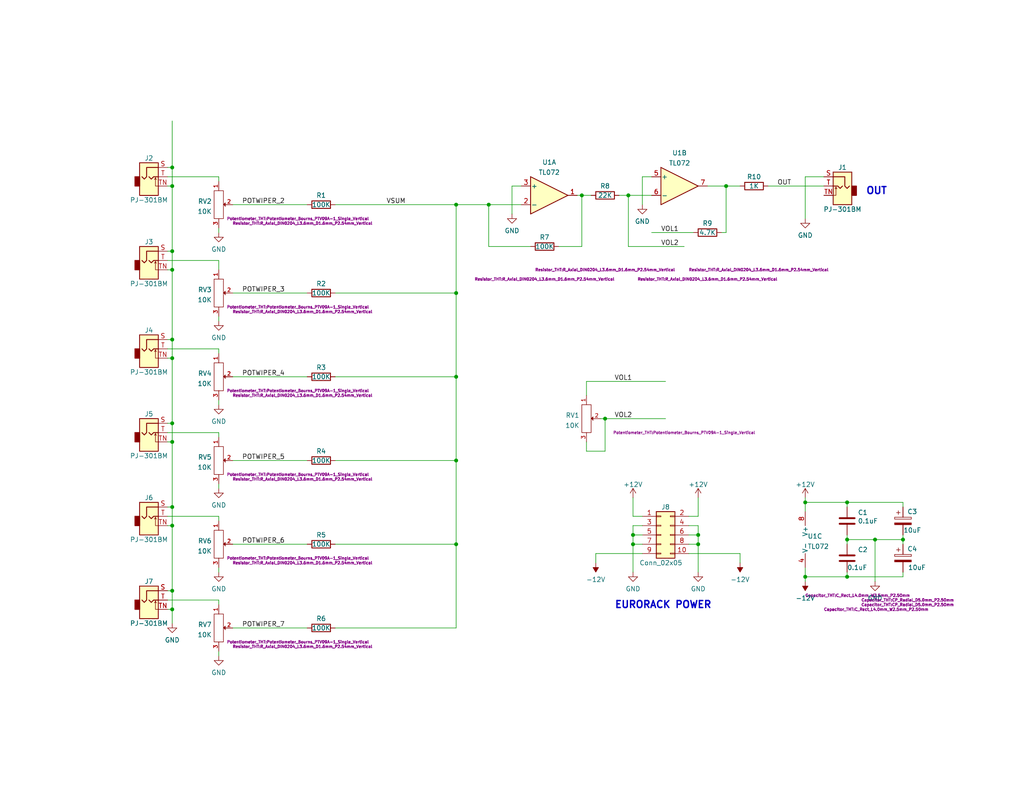
<source format=kicad_sch>
(kicad_sch (version 20211123) (generator eeschema)
  (paper "A")
  (title_block (title "SYNTH-MIXER6-01") (date "2022-09-28") (rev "1") (comment 1 "6 CHANNEL MIXER") (comment 2 "https://note.com/solder_state/n/nffc1a33053be"))
  (lib_symbols
    (symbol "Amplifier_Operational:TL072" (pin_names (offset 0.127))
      (property "Reference" "U" (at 0 5.08 0))
      (property "Value" "TL072" (at 0 -5.08 0))
      (symbol "TL072_1_1"
        (polyline (pts (xy -5.08 5.08) (xy 5.08 0) (xy -5.08 -5.08) (xy -5.08 5.08)) (stroke (width 0.254)) (fill (type background)))
        (pin output line (at 7.62 0 180) (length 2.54) (name "~") (number "1"))
        (pin input line (at -7.62 -2.54 0) (length 2.54) (name "-") (number "2"))
        (pin input line (at -7.62 2.54 0) (length 2.54) (name "+") (number "3"))
      )
      (symbol "TL072_2_1"
        (polyline (pts (xy -5.08 5.08) (xy 5.08 0) (xy -5.08 -5.08) (xy -5.08 5.08)) (stroke (width 0.254)) (fill (type background)))
        (pin input line (at -7.62 2.54 0) (length 2.54) (name "+") (number "5"))
        (pin input line (at -7.62 -2.54 0) (length 2.54) (name "-") (number "6"))
        (pin output line (at 7.62 0 180) (length 2.54) (name "~") (number "7"))
      )
      (symbol "TL072_3_1"
        (pin power_in line (at -2.54 -7.62 90) (length 3.81) (name "V-") (number "4"))
        (pin power_in line (at -2.54 7.62 270) (length 3.81) (name "V+") (number "8"))
      )
    )
    (symbol "Connector:AudioJack2_SwitchT"
      (property "Reference" "J" (at 0 8.89 0))
      (property "Value" "AudioJack2_SwitchT" (at 0 6.35 0))
      (symbol "AudioJack2_SwitchT_0_1"
        (rectangle (start -2.54 0) (end -3.81 -2.54) (stroke (width 0.254)) (fill (type outline)))
        (polyline (pts (xy 1.778 -0.254) (xy 2.032 -0.762)))
        (polyline (pts (xy 0 0) (xy 0.635 -0.635) (xy 1.27 0) (xy 2.54 0)) (stroke (width 0.254)))
        (polyline (pts (xy 2.54 -2.54) (xy 1.778 -2.54) (xy 1.778 -0.254) (xy 1.524 -0.762)))
        (polyline (pts (xy 2.54 2.54) (xy -0.635 2.54) (xy -0.635 0) (xy -1.27 -0.635) (xy -1.905 0)) (stroke (width 0.254)))
        (rectangle (start 2.54 3.81) (end -2.54 -5.08) (stroke (width 0.254)) (fill (type background)))
      )
      (symbol "AudioJack2_SwitchT_1_1"
        (pin passive line (at 5.08 2.54 180) (length 2.54) (name "~") (number "S"))
        (pin passive line (at 5.08 0 180) (length 2.54) (name "~") (number "T"))
        (pin passive line (at 5.08 -2.54 180) (length 2.54) (name "~") (number "TN"))
      )
    )
    (symbol "Connector_Generic:Conn_02x05_Odd_Even" (pin_names (offset 1.016) hide)
      (property "Reference" "J" (at 1.27 7.62 0))
      (property "Value" "Conn_02x05_Odd_Even" (at 1.27 -7.62 0))
      (symbol "Conn_02x05_Odd_Even_1_1"
        (rectangle (start -1.27 -4.953) (end 0 -5.207) (stroke (width 0.1524)))
        (rectangle (start -1.27 -2.413) (end 0 -2.667) (stroke (width 0.1524)))
        (rectangle (start -1.27 0.127) (end 0 -0.127) (stroke (width 0.1524)))
        (rectangle (start -1.27 2.667) (end 0 2.413) (stroke (width 0.1524)))
        (rectangle (start -1.27 5.207) (end 0 4.953) (stroke (width 0.1524)))
        (rectangle (start -1.27 6.35) (end 3.81 -6.35) (stroke (width 0.254)) (fill (type background)))
        (rectangle (start 3.81 -4.953) (end 2.54 -5.207) (stroke (width 0.1524)))
        (rectangle (start 3.81 -2.413) (end 2.54 -2.667) (stroke (width 0.1524)))
        (rectangle (start 3.81 0.127) (end 2.54 -0.127) (stroke (width 0.1524)))
        (rectangle (start 3.81 2.667) (end 2.54 2.413) (stroke (width 0.1524)))
        (rectangle (start 3.81 5.207) (end 2.54 4.953) (stroke (width 0.1524)))
        (pin passive line (at -5.08 5.08 0) (length 3.81) (name "Pin_1") (number "1"))
        (pin passive line (at 7.62 -5.08 180) (length 3.81) (name "Pin_10") (number "10"))
        (pin passive line (at 7.62 5.08 180) (length 3.81) (name "Pin_2") (number "2"))
        (pin passive line (at -5.08 2.54 0) (length 3.81) (name "Pin_3") (number "3"))
        (pin passive line (at 7.62 2.54 180) (length 3.81) (name "Pin_4") (number "4"))
        (pin passive line (at -5.08 0 0) (length 3.81) (name "Pin_5") (number "5"))
        (pin passive line (at 7.62 0 180) (length 3.81) (name "Pin_6") (number "6"))
        (pin passive line (at -5.08 -2.54 0) (length 3.81) (name "Pin_7") (number "7"))
        (pin passive line (at 7.62 -2.54 180) (length 3.81) (name "Pin_8") (number "8"))
        (pin passive line (at -5.08 -5.08 0) (length 3.81) (name "Pin_9") (number "9"))
      )
    )
    (symbol "Device:C" (pin_numbers hide) (pin_names (offset 0.254))
      (property "Reference" "C" (at 0.635 2.54 0))
      (property "Value" "C" (at 0.635 -2.54 0))
      (symbol "C_0_1"
        (polyline (pts (xy -2.032 -0.762) (xy 2.032 -0.762)) (stroke (width 0.508)))
        (polyline (pts (xy -2.032 0.762) (xy 2.032 0.762)) (stroke (width 0.508)))
      )
      (symbol "C_1_1"
        (pin passive line (at 0 3.81 270) (length 2.794) (name "~") (number "1"))
        (pin passive line (at 0 -3.81 90) (length 2.794) (name "~") (number "2"))
      )
    )
    (symbol "Device:C_Polarized" (pin_numbers hide) (pin_names (offset 0.254))
      (property "Reference" "C" (at 0.635 2.54 0))
      (property "Value" "C_Polarized" (at 0.635 -2.54 0))
      (symbol "C_Polarized_0_1"
        (rectangle (start -2.286 0.508) (end 2.286 1.016))
        (polyline (pts (xy -1.778 2.286) (xy -0.762 2.286)))
        (polyline (pts (xy -1.27 2.794) (xy -1.27 1.778)))
        (rectangle (start 2.286 -0.508) (end -2.286 -1.016) (fill (type outline)))
      )
      (symbol "C_Polarized_1_1"
        (pin passive line (at 0 3.81 270) (length 2.794) (name "~") (number "1"))
        (pin passive line (at 0 -3.81 90) (length 2.794) (name "~") (number "2"))
      )
    )
    (symbol "Device:R" (pin_numbers hide) (pin_names (offset 0))
      (property "Reference" "R" (at 2.032 0 90))
      (property "Value" "R" (at 0 0 90))
      (symbol "R_0_1"
        (rectangle (start -1.016 -2.54) (end 1.016 2.54) (stroke (width 0.254)))
      )
      (symbol "R_1_1"
        (pin passive line (at 0 3.81 270) (length 1.27) (name "~") (number "1"))
        (pin passive line (at 0 -3.81 90) (length 1.27) (name "~") (number "2"))
      )
    )
    (symbol "LandBoards:POT" (pin_names (offset 1.016) hide)
      (property "Reference" "RV" (at 0 -2.54 0))
      (property "Value" "POT" (at 0 0 0))
      (symbol "POT_0_1"
        (rectangle (start -3.81 1.27) (end 3.81 -1.27))
        (polyline (pts (xy 0 1.27) (xy -0.508 1.778) (xy 0.508 1.778)) (fill (type outline)))
      )
      (symbol "POT_1_1"
        (pin passive line (at -6.35 0 0) (length 2.54) (name "1") (number "1"))
        (pin passive line (at 0 3.81 270) (length 2.032) (name "2") (number "2"))
        (pin passive line (at 6.35 0 180) (length 2.54) (name "3") (number "3"))
      )
    )
    (symbol "power:+12V" (power) (pin_names (offset 0))
      (property "Value" "+12V" (at 0 3.556 0))
      (symbol "+12V_0_1"
        (polyline (pts (xy -0.762 1.27) (xy 0 2.54)))
        (polyline (pts (xy 0 0) (xy 0 2.54)))
        (polyline (pts (xy 0 2.54) (xy 0.762 1.27)))
      )
      (symbol "+12V_1_1"
        (pin power_in line (at 0 0 90) (length 0) hide (name "+12V") (number "1"))
      )
    )
    (symbol "power:-12V" (power) (pin_names (offset 0))
      (property "Value" "-12V" (at 0 3.81 0))
      (symbol "-12V_0_0"
        (pin power_in line (at 0 0 90) (length 0) hide (name "-12V") (number "1"))
      )
      (symbol "-12V_0_1"
        (polyline (pts (xy 0 0) (xy 0 1.27) (xy 0.762 1.27) (xy 0 2.54) (xy -0.762 1.27) (xy 0 1.27)) (fill (type outline)))
      )
    )
    (symbol "power:GND" (power) (pin_names (offset 0))
      (property "Value" "GND" (at 0 -3.81 0))
      (symbol "GND_0_1"
        (polyline (pts (xy 0 0) (xy 0 -1.27) (xy 1.27 -1.27) (xy 0 -2.54) (xy -1.27 -1.27) (xy 0 -1.27)))
      )
      (symbol "GND_1_1"
        (pin power_in line (at 0 0 270) (length 0) hide (name "GND") (number "1"))
      )
    )
  )
  (junction (at 133.35 55.88))
  (junction (at 46.99 68.58))
  (junction (at 124.46 102.87))
  (junction (at 46.99 50.8))
  (junction (at 124.46 55.88))
  (junction (at 46.99 161.29))
  (junction (at 219.71 137.16))
  (junction (at 238.76 147.32))
  (junction (at 172.72 146.05))
  (junction (at 124.46 80.01))
  (junction (at 46.99 97.79))
  (junction (at 46.99 138.43))
  (junction (at 171.45 53.34))
  (junction (at 124.46 125.73))
  (junction (at 46.99 115.57))
  (junction (at 46.99 143.51))
  (junction (at 165.1 114.3))
  (junction (at 219.71 157.48))
  (junction (at 46.99 45.72))
  (junction (at 46.99 92.71))
  (junction (at 190.5 148.59))
  (junction (at 231.14 157.48))
  (junction (at 124.46 148.59))
  (junction (at 231.14 147.32))
  (junction (at 46.99 120.65))
  (junction (at 231.14 137.16))
  (junction (at 246.38 147.32))
  (junction (at 172.72 148.59))
  (junction (at 46.99 73.66))
  (junction (at 198.12 50.8))
  (junction (at 158.75 53.34))
  (junction (at 190.5 146.05))
  (junction (at 46.99 166.37))
  (wire (pts (xy 172.72 143.51) (xy 172.72 146.05)))
  (wire (pts (xy 46.99 97.79) (xy 46.99 115.57)))
  (wire (pts (xy 91.44 125.73) (xy 124.46 125.73)))
  (wire (pts (xy 46.99 73.66) (xy 46.99 92.71)))
  (wire (pts (xy 59.69 109.22) (xy 59.69 110.49)))
  (wire (pts (xy 165.1 114.3) (xy 181.61 114.3)))
  (wire (pts (xy 45.72 118.11) (xy 59.69 118.11)))
  (wire (pts (xy 46.99 143.51) (xy 45.72 143.51)))
  (wire (pts (xy 59.69 177.8) (xy 59.69 179.07)))
  (wire (pts (xy 59.69 86.36) (xy 59.69 87.63)))
  (wire (pts (xy 172.72 148.59) (xy 175.26 148.59)))
  (wire (pts (xy 231.14 137.16) (xy 246.38 137.16)))
  (wire (pts (xy 175.26 143.51) (xy 172.72 143.51)))
  (wire (pts (xy 124.46 55.88) (xy 133.35 55.88)))
  (wire (pts (xy 172.72 146.05) (xy 172.72 148.59)))
  (wire (pts (xy 124.46 80.01) (xy 124.46 102.87)))
  (wire (pts (xy 246.38 157.48) (xy 246.38 156.21)))
  (wire (pts (xy 238.76 147.32) (xy 246.38 147.32)))
  (wire (pts (xy 46.99 138.43) (xy 46.99 143.51)))
  (wire (pts (xy 46.99 120.65) (xy 46.99 138.43)))
  (wire (pts (xy 162.56 151.13) (xy 162.56 153.67)))
  (wire (pts (xy 190.5 135.89) (xy 190.5 140.97)))
  (wire (pts (xy 46.99 73.66) (xy 45.72 73.66)))
  (wire (pts (xy 246.38 137.16) (xy 246.38 138.43)))
  (wire (pts (xy 219.71 157.48) (xy 231.14 157.48)))
  (wire (pts (xy 246.38 147.32) (xy 246.38 146.05)))
  (wire (pts (xy 139.7 58.42) (xy 139.7 50.8)))
  (wire (pts (xy 45.72 163.83) (xy 59.69 163.83)))
  (wire (pts (xy 171.45 53.34) (xy 171.45 67.31)))
  (wire (pts (xy 175.26 151.13) (xy 162.56 151.13)))
  (wire (pts (xy 59.69 142.24) (xy 59.69 140.97)))
  (wire (pts (xy 46.99 166.37) (xy 46.99 170.18)))
  (wire (pts (xy 175.26 140.97) (xy 172.72 140.97)))
  (wire (pts (xy 46.99 50.8) (xy 46.99 68.58)))
  (wire (pts (xy 231.14 157.48) (xy 246.38 157.48)))
  (wire (pts (xy 45.72 140.97) (xy 59.69 140.97)))
  (wire (pts (xy 45.72 45.72) (xy 46.99 45.72)))
  (wire (pts (xy 46.99 45.72) (xy 46.99 50.8)))
  (wire (pts (xy 124.46 171.45) (xy 91.44 171.45)))
  (wire (pts (xy 59.69 48.26) (xy 59.69 49.53)))
  (wire (pts (xy 201.93 50.8) (xy 198.12 50.8)))
  (wire (pts (xy 177.8 63.5) (xy 189.23 63.5)))
  (wire (pts (xy 45.72 138.43) (xy 46.99 138.43)))
  (wire (pts (xy 231.14 146.05) (xy 231.14 147.32)))
  (wire (pts (xy 168.91 53.34) (xy 171.45 53.34)))
  (wire (pts (xy 59.69 73.66) (xy 59.69 71.12)))
  (wire (pts (xy 46.99 50.8) (xy 45.72 50.8)))
  (wire (pts (xy 91.44 148.59) (xy 124.46 148.59)))
  (wire (pts (xy 83.82 102.87) (xy 63.5 102.87)))
  (wire (pts (xy 157.48 53.34) (xy 158.75 53.34)))
  (wire (pts (xy 175.26 55.88) (xy 175.26 48.26)))
  (wire (pts (xy 144.78 67.31) (xy 133.35 67.31)))
  (wire (pts (xy 187.96 151.13) (xy 201.93 151.13)))
  (wire (pts (xy 133.35 55.88) (xy 142.24 55.88)))
  (wire (pts (xy 190.5 148.59) (xy 190.5 156.21)))
  (wire (pts (xy 158.75 67.31) (xy 152.4 67.31)))
  (wire (pts (xy 91.44 102.87) (xy 124.46 102.87)))
  (wire (pts (xy 45.72 92.71) (xy 46.99 92.71)))
  (wire (pts (xy 45.72 68.58) (xy 46.99 68.58)))
  (wire (pts (xy 190.5 143.51) (xy 190.5 146.05)))
  (wire (pts (xy 196.85 63.5) (xy 198.12 63.5)))
  (wire (pts (xy 83.82 148.59) (xy 63.5 148.59)))
  (wire (pts (xy 187.96 140.97) (xy 190.5 140.97)))
  (wire (pts (xy 160.02 123.19) (xy 165.1 123.19)))
  (wire (pts (xy 187.96 143.51) (xy 190.5 143.51)))
  (wire (pts (xy 158.75 53.34) (xy 158.75 67.31)))
  (wire (pts (xy 187.96 148.59) (xy 190.5 148.59)))
  (wire (pts (xy 219.71 157.48) (xy 219.71 158.75)))
  (wire (pts (xy 172.72 135.89) (xy 172.72 140.97)))
  (wire (pts (xy 45.72 115.57) (xy 46.99 115.57)))
  (wire (pts (xy 139.7 50.8) (xy 142.24 50.8)))
  (wire (pts (xy 219.71 135.89) (xy 219.71 137.16)))
  (wire (pts (xy 46.99 68.58) (xy 46.99 73.66)))
  (wire (pts (xy 219.71 48.26) (xy 219.71 59.69)))
  (wire (pts (xy 124.46 148.59) (xy 124.46 171.45)))
  (wire (pts (xy 59.69 132.08) (xy 59.69 133.35)))
  (wire (pts (xy 219.71 137.16) (xy 219.71 139.7)))
  (wire (pts (xy 160.02 104.14) (xy 181.61 104.14)))
  (wire (pts (xy 231.14 147.32) (xy 238.76 147.32)))
  (wire (pts (xy 219.71 154.94) (xy 219.71 157.48)))
  (wire (pts (xy 231.14 156.21) (xy 231.14 157.48)))
  (wire (pts (xy 46.99 161.29) (xy 46.99 166.37)))
  (wire (pts (xy 59.69 96.52) (xy 59.69 95.25)))
  (wire (pts (xy 46.99 92.71) (xy 46.99 97.79)))
  (wire (pts (xy 231.14 137.16) (xy 231.14 138.43)))
  (wire (pts (xy 172.72 148.59) (xy 172.72 156.21)))
  (wire (pts (xy 133.35 67.31) (xy 133.35 55.88)))
  (wire (pts (xy 124.46 125.73) (xy 124.46 148.59)))
  (wire (pts (xy 201.93 151.13) (xy 201.93 153.67)))
  (wire (pts (xy 46.99 143.51) (xy 46.99 161.29)))
  (wire (pts (xy 59.69 62.23) (xy 59.69 63.5)))
  (wire (pts (xy 46.99 97.79) (xy 45.72 97.79)))
  (wire (pts (xy 45.72 48.26) (xy 59.69 48.26)))
  (wire (pts (xy 165.1 114.3) (xy 165.1 123.19)))
  (wire (pts (xy 190.5 146.05) (xy 190.5 148.59)))
  (wire (pts (xy 59.69 165.1) (xy 59.69 163.83)))
  (wire (pts (xy 45.72 161.29) (xy 46.99 161.29)))
  (wire (pts (xy 209.55 50.8) (xy 224.79 50.8)))
  (wire (pts (xy 163.83 114.3) (xy 165.1 114.3)))
  (wire (pts (xy 175.26 48.26) (xy 177.8 48.26)))
  (wire (pts (xy 83.82 171.45) (xy 63.5 171.45)))
  (wire (pts (xy 46.99 166.37) (xy 45.72 166.37)))
  (wire (pts (xy 171.45 67.31) (xy 186.69 67.31)))
  (wire (pts (xy 45.72 95.25) (xy 59.69 95.25)))
  (wire (pts (xy 91.44 80.01) (xy 124.46 80.01)))
  (wire (pts (xy 171.45 53.34) (xy 177.8 53.34)))
  (wire (pts (xy 59.69 119.38) (xy 59.69 118.11)))
  (wire (pts (xy 160.02 120.65) (xy 160.02 123.19)))
  (wire (pts (xy 246.38 148.59) (xy 246.38 147.32)))
  (wire (pts (xy 219.71 137.16) (xy 231.14 137.16)))
  (wire (pts (xy 91.44 55.88) (xy 124.46 55.88)))
  (wire (pts (xy 63.5 80.01) (xy 83.82 80.01)))
  (wire (pts (xy 158.75 53.34) (xy 161.29 53.34)))
  (wire (pts (xy 231.14 147.32) (xy 231.14 148.59)))
  (wire (pts (xy 187.96 146.05) (xy 190.5 146.05)))
  (wire (pts (xy 172.72 146.05) (xy 175.26 146.05)))
  (wire (pts (xy 160.02 107.95) (xy 160.02 104.14)))
  (wire (pts (xy 124.46 55.88) (xy 124.46 80.01)))
  (wire (pts (xy 59.69 154.94) (xy 59.69 156.21)))
  (wire (pts (xy 224.79 48.26) (xy 219.71 48.26)))
  (wire (pts (xy 124.46 102.87) (xy 124.46 125.73)))
  (wire (pts (xy 198.12 63.5) (xy 198.12 50.8)))
  (wire (pts (xy 238.76 147.32) (xy 238.76 158.75)))
  (wire (pts (xy 46.99 115.57) (xy 46.99 120.65)))
  (wire (pts (xy 45.72 71.12) (xy 59.69 71.12)))
  (wire (pts (xy 198.12 50.8) (xy 193.04 50.8)))
  (wire (pts (xy 63.5 55.88) (xy 83.82 55.88)))
  (wire (pts (xy 83.82 125.73) (xy 63.5 125.73)))
  (wire (pts (xy 46.99 33.02) (xy 46.99 45.72)))
  (wire (pts (xy 46.99 120.65) (xy 45.72 120.65)))
  (text "EURORACK POWER" (at 167.64 166.37 0) (effects (font (size 1.905 1.905) (thickness 0.381) bold) (justify left bottom)))
  (text "OUT" (at 236.22 53.34 0) (effects (font (size 1.905 1.905) (thickness 0.381) bold) (justify left bottom)))
  (label "VOL2" (at 180.34 67.31 0))
  (label "POTWIPER_3" (at 66.04 80.01 0))
  (label "POTWIPER_4" (at 66.04 102.87 0))
  (label "VSUM" (at 105.41 55.88 0))
  (label "OUT" (at 212.09 50.8 0))
  (label "POTWIPER_2" (at 66.04 55.88 0))
  (label "VOL2" (at 167.64 114.3 0))
  (label "VOL1" (at 180.34 63.5 0))
  (label "POTWIPER_6" (at 66.04 148.59 0))
  (label "POTWIPER_5" (at 66.04 125.73 0))
  (label "POTWIPER_7" (at 66.04 171.45 0))
  (label "VOL1" (at 167.64 104.14 0))
  (symbol (lib_id "power:GND") (at 172.72 156.21 0) (unit 1)
    (property "Reference" "#PWR0114" (effects hide))
    (property "Value" "GND" (at 172.72 160.7725 0))
  )
  (symbol (lib_id "Device:R") (at 87.63 148.59 90) (unit 1)
    (property "Reference" "R5" (at 87.63 146.05 90))
    (property "Value" "100K" (at 87.63 148.59 90))
    (property "Footprint" "Resistor_THT:R_Axial_DIN0204_L3.6mm_D1.6mm_P2.54mm_Vertical" (at 82.55 153.67 90) (effects (font (size 0.762 0.762))))
    (property "Datasheet" "https://www.mouser.com/ProductDetail/Xicon/299-2.2K-RC?qs=QaPBMFBEHz3RDbXknTj%252ByA%3D%3D" (effects hide))
  )
  (symbol (lib_id "Connector:AudioJack2_SwitchT") (at 40.64 163.83 0) (unit 1)
    (property "Reference" "J7" (at 40.64 158.75 0))
    (property "Value" "PJ-301BM" (at 40.64 170.18 0))
    (property "Footprint" "AudioJacks:Jack_3.5mm_QingPu_WQP-PJ301BM_Vertical" (effects hide))
    (property "Datasheet" "https://www.taydaelectronics.com/pj-301bm-3-5-mm-mono-phone-jack.html" (effects hide))
  )
  (symbol (lib_id "power:+12V") (at 190.5 135.89 0) (unit 1)
    (property "Reference" "#PWR0115" (effects hide))
    (property "Value" "+12V" (at 190.5 132.2855 0))
  )
  (symbol (lib_id "power:GND") (at 59.69 63.5 0) (unit 1)
    (property "Reference" "#PWR0101" (effects hide))
    (property "Value" "GND" (at 59.69 68.0625 0))
  )
  (symbol (lib_id "Connector:AudioJack2_SwitchT") (at 229.87 50.8 0) (mirror y) (unit 1)
    (property "Reference" "J1" (at 229.87 45.72 0))
    (property "Value" "PJ-301BM" (at 229.87 57.15 0))
    (property "Footprint" "AudioJacks:Jack_3.5mm_QingPu_WQP-PJ301BM_Vertical" (effects hide))
    (property "Datasheet" "https://www.taydaelectronics.com/pj-301bm-3-5-mm-mono-phone-jack.html" (effects hide))
  )
  (symbol (lib_id "LandBoards:POT") (at 59.69 171.45 270) (unit 1)
    (property "Reference" "RV7" (at 57.7851 170.5415 90) (effects (justify right)))
    (property "Value" "10K" (at 57.7851 173.3166 90) (effects (justify right)))
    (property "Footprint" "Potentiometer_THT:Potentiometer_Bourns_PTV09A-1_Single_Vertical" (at 81.28 175.26 90) (effects (font (size 0.762 0.762))))
  )
  (symbol (lib_id "Connector:AudioJack2_SwitchT") (at 40.64 71.12 0) (unit 1)
    (property "Reference" "J3" (at 40.64 66.04 0))
    (property "Value" "PJ-301BM" (at 40.64 77.47 0))
    (property "Footprint" "AudioJacks:Jack_3.5mm_QingPu_WQP-PJ301BM_Vertical" (effects hide))
    (property "Datasheet" "https://www.taydaelectronics.com/pj-301bm-3-5-mm-mono-phone-jack.html" (effects hide))
  )
  (symbol (lib_id "power:GND") (at 59.69 133.35 0) (unit 1)
    (property "Reference" "#PWR0111" (effects hide))
    (property "Value" "GND" (at 59.69 137.9125 0))
  )
  (symbol (lib_id "Device:R") (at 87.63 55.88 90) (unit 1)
    (property "Reference" "R1" (at 87.63 53.34 90))
    (property "Value" "100K" (at 87.63 55.88 90))
    (property "Footprint" "Resistor_THT:R_Axial_DIN0204_L3.6mm_D1.6mm_P2.54mm_Vertical" (at 82.55 60.96 90) (effects (font (size 0.762 0.762))))
    (property "Datasheet" "https://www.mouser.com/ProductDetail/Xicon/299-2.2K-RC?qs=QaPBMFBEHz3RDbXknTj%252ByA%3D%3D" (effects hide))
  )
  (symbol (lib_id "Amplifier_Operational:TL072") (at 185.42 50.8 0) (unit 2)
    (property "Reference" "U1" (at 185.42 41.7535 0))
    (property "Value" "TL072" (at 185.42 44.5286 0))
    (property "Footprint" "Package_DIP:DIP-8_W7.62mm" (effects hide))
    (property "Datasheet" "https://store.synthrotek.com/TL072P-Op-Amp_p_418.html" (effects hide))
  )
  (symbol (lib_id "Device:R") (at 87.63 102.87 90) (unit 1)
    (property "Reference" "R3" (at 87.63 100.33 90))
    (property "Value" "100K" (at 87.63 102.87 90))
    (property "Footprint" "Resistor_THT:R_Axial_DIN0204_L3.6mm_D1.6mm_P2.54mm_Vertical" (at 82.55 107.95 90) (effects (font (size 0.762 0.762))))
    (property "Datasheet" "https://www.mouser.com/ProductDetail/Xicon/299-2.2K-RC?qs=QaPBMFBEHz3RDbXknTj%252ByA%3D%3D" (effects hide))
  )
  (symbol (lib_id "power:+12V") (at 219.71 135.89 0) (unit 1)
    (property "Reference" "#PWR0107" (effects hide))
    (property "Value" "+12V" (at 219.71 132.2855 0))
  )
  (symbol (lib_id "LandBoards:POT") (at 59.69 125.73 270) (unit 1)
    (property "Reference" "RV5" (at 57.7851 124.8215 90) (effects (justify right)))
    (property "Value" "10K" (at 57.7851 127.5966 90) (effects (justify right)))
    (property "Footprint" "Potentiometer_THT:Potentiometer_Bourns_PTV09A-1_Single_Vertical" (at 81.28 129.54 90) (effects (font (size 0.762 0.762))))
  )
  (symbol (lib_id "power:GND") (at 238.76 158.75 0) (unit 1)
    (property "Reference" "#PWR0106" (effects hide))
    (property "Value" "GND" (at 238.76 163.3125 0))
  )
  (symbol (lib_id "Device:R") (at 205.74 50.8 90) (unit 1)
    (property "Reference" "R10" (at 205.74 48.26 90))
    (property "Value" "1K" (at 205.74 50.8 90))
    (property "Footprint" "Resistor_THT:R_Axial_DIN0204_L3.6mm_D1.6mm_P2.54mm_Vertical" (at 207.01 73.66 90) (effects (font (size 0.762 0.762))))
    (property "Datasheet" "https://www.mouser.com/ProductDetail/Xicon/299-2.2K-RC?qs=QaPBMFBEHz3RDbXknTj%252ByA%3D%3D" (effects hide))
  )
  (symbol (lib_id "power:GND") (at 46.99 170.18 0) (unit 1)
    (property "Reference" "#PWR0102" (effects hide))
    (property "Value" "GND" (at 46.99 174.7425 0))
  )
  (symbol (lib_id "Device:R") (at 165.1 53.34 90) (unit 1)
    (property "Reference" "R8" (at 165.1 50.8 90))
    (property "Value" "22K" (at 165.1 53.34 90))
    (property "Footprint" "Resistor_THT:R_Axial_DIN0204_L3.6mm_D1.6mm_P2.54mm_Vertical" (at 165.1 73.66 90) (effects (font (size 0.762 0.762))))
    (property "Datasheet" "https://www.mouser.com/ProductDetail/Xicon/299-2.2K-RC?qs=QaPBMFBEHz3RDbXknTj%252ByA%3D%3D" (effects hide))
  )
  (symbol (lib_id "power:GND") (at 139.7 58.42 0) (unit 1)
    (property "Reference" "#PWR0117" (effects hide))
    (property "Value" "GND" (at 139.7 62.9825 0))
  )
  (symbol (lib_id "power:GND") (at 59.69 179.07 0) (unit 1)
    (property "Reference" "#PWR0104" (effects hide))
    (property "Value" "GND" (at 59.69 183.6325 0))
  )
  (symbol (lib_id "Device:C_Polarized") (at 246.38 152.4 0) (unit 1)
    (property "Reference" "C4" (at 248.92 149.86 0))
    (property "Value" "10uF" (at 250.19 154.94 0))
    (property "Footprint" "Capacitor_THT:CP_Radial_D5.0mm_P2.50mm" (at 247.65 163.83 0) (effects (font (size 0.762 0.762))))
    (property "Datasheet" "https://www.mouser.com/ProductDetail/140-REA470M1CBK0511P" (effects hide))
  )
  (symbol (lib_id "LandBoards:POT") (at 59.69 80.01 270) (unit 1)
    (property "Reference" "RV3" (at 57.7851 79.1015 90) (effects (justify right)))
    (property "Value" "10K" (at 57.7851 81.8766 90) (effects (justify right)))
    (property "Footprint" "Potentiometer_THT:Potentiometer_Bourns_PTV09A-1_Single_Vertical" (at 81.28 83.82 90) (effects (font (size 0.762 0.762))))
  )
  (symbol (lib_id "power:GND") (at 59.69 110.49 0) (unit 1)
    (property "Reference" "#PWR0108" (effects hide))
    (property "Value" "GND" (at 59.69 115.0525 0))
  )
  (symbol (lib_id "Device:R") (at 87.63 125.73 90) (unit 1)
    (property "Reference" "R4" (at 87.63 123.19 90))
    (property "Value" "100K" (at 87.63 125.73 90))
    (property "Footprint" "Resistor_THT:R_Axial_DIN0204_L3.6mm_D1.6mm_P2.54mm_Vertical" (at 82.55 130.81 90) (effects (font (size 0.762 0.762))))
    (property "Datasheet" "https://www.mouser.com/ProductDetail/Xicon/299-2.2K-RC?qs=QaPBMFBEHz3RDbXknTj%252ByA%3D%3D" (effects hide))
  )
  (symbol (lib_id "power:GND") (at 190.5 156.21 0) (unit 1)
    (property "Reference" "#PWR0112" (effects hide))
    (property "Value" "GND" (at 190.5 160.7725 0))
  )
  (symbol (lib_id "power:+12V") (at 172.72 135.89 0) (unit 1)
    (property "Reference" "#PWR0116" (effects hide))
    (property "Value" "+12V" (at 172.72 132.2855 0))
  )
  (symbol (lib_id "power:GND") (at 175.26 55.88 0) (unit 1)
    (property "Reference" "#PWR0118" (effects hide))
    (property "Value" "GND" (at 175.26 60.4425 0))
  )
  (symbol (lib_id "LandBoards:POT") (at 59.69 148.59 270) (unit 1)
    (property "Reference" "RV6" (at 57.7851 147.6815 90) (effects (justify right)))
    (property "Value" "10K" (at 57.7851 150.4566 90) (effects (justify right)))
    (property "Footprint" "Potentiometer_THT:Potentiometer_Bourns_PTV09A-1_Single_Vertical" (at 81.28 152.4 90) (effects (font (size 0.762 0.762))))
  )
  (symbol (lib_id "Device:C_Polarized") (at 246.38 142.24 0) (unit 1)
    (property "Reference" "C3" (at 248.92 139.7 0))
    (property "Value" "10uF" (at 248.92 144.78 0))
    (property "Footprint" "Capacitor_THT:CP_Radial_D5.0mm_P2.50mm" (at 247.65 165.1 0) (effects (font (size 0.762 0.762))))
    (property "Datasheet" "https://www.mouser.com/ProductDetail/140-REA470M1CBK0511P" (effects hide))
  )
  (symbol (lib_id "power:-12V") (at 162.56 153.67 180) (unit 1)
    (property "Reference" "#PWR0110" (effects hide))
    (property "Value" "-12V" (at 162.56 158.2325 0))
  )
  (symbol (lib_id "Device:C") (at 231.14 152.4 0) (unit 1)
    (property "Reference" "C2" (at 234.061 150.0886 0) (effects (justify left)))
    (property "Value" "0.1uF" (at 231.14 154.94 0) (effects (justify left)))
    (property "Footprint" "Capacitor_THT:C_Rect_L4.0mm_W2.5mm_P2.50mm" (at 219.71 162.56 0) (effects (font (size 0.762 0.762)) (justify left)))
    (property "Datasheet" "https://www.mouser.com/ProductDetail/TDK/FG18X7R1H473KNT06?qs=qf2ddTMq67Ua7q%2FdN4IhqA%3D%3D" (effects hide))
  )
  (symbol (lib_id "LandBoards:POT") (at 59.69 102.87 270) (unit 1)
    (property "Reference" "RV4" (at 57.7851 101.9615 90) (effects (justify right)))
    (property "Value" "10K" (at 57.7851 104.7366 90) (effects (justify right)))
    (property "Footprint" "Potentiometer_THT:Potentiometer_Bourns_PTV09A-1_Single_Vertical" (at 81.28 106.68 90) (effects (font (size 0.762 0.762))))
  )
  (symbol (lib_id "power:-12V") (at 201.93 153.67 180) (unit 1)
    (property "Reference" "#PWR0113" (effects hide))
    (property "Value" "-12V" (at 201.93 158.2325 0))
  )
  (symbol (lib_id "Device:R") (at 87.63 80.01 90) (unit 1)
    (property "Reference" "R2" (at 87.63 77.47 90))
    (property "Value" "100K" (at 87.63 80.01 90))
    (property "Footprint" "Resistor_THT:R_Axial_DIN0204_L3.6mm_D1.6mm_P2.54mm_Vertical" (at 82.55 85.09 90) (effects (font (size 0.762 0.762))))
    (property "Datasheet" "https://www.mouser.com/ProductDetail/Xicon/299-2.2K-RC?qs=QaPBMFBEHz3RDbXknTj%252ByA%3D%3D" (effects hide))
  )
  (symbol (lib_id "Connector:AudioJack2_SwitchT") (at 40.64 48.26 0) (unit 1)
    (property "Reference" "J2" (at 40.64 43.18 0))
    (property "Value" "PJ-301BM" (at 40.64 54.61 0))
    (property "Footprint" "AudioJacks:Jack_3.5mm_QingPu_WQP-PJ301BM_Vertical" (effects hide))
    (property "Datasheet" "https://www.taydaelectronics.com/pj-301bm-3-5-mm-mono-phone-jack.html" (effects hide))
  )
  (symbol (lib_id "Device:R") (at 87.63 171.45 90) (unit 1)
    (property "Reference" "R6" (at 87.63 168.91 90))
    (property "Value" "100K" (at 87.63 171.45 90))
    (property "Footprint" "Resistor_THT:R_Axial_DIN0204_L3.6mm_D1.6mm_P2.54mm_Vertical" (at 82.55 176.53 90) (effects (font (size 0.762 0.762))))
    (property "Datasheet" "https://www.mouser.com/ProductDetail/Xicon/299-2.2K-RC?qs=QaPBMFBEHz3RDbXknTj%252ByA%3D%3D" (effects hide))
  )
  (symbol (lib_id "Amplifier_Operational:TL072") (at 222.25 147.32 0) (unit 3)
    (property "Reference" "U1" (at 220.345 146.4115 0) (effects (justify left)))
    (property "Value" "TL072" (at 220.345 149.1866 0) (effects (justify left)))
    (property "Footprint" "Package_DIP:DIP-8_W7.62mm" (effects hide))
    (property "Datasheet" "https://store.synthrotek.com/TL072P-Op-Amp_p_418.html" (effects hide))
  )
  (symbol (lib_id "Connector:AudioJack2_SwitchT") (at 40.64 140.97 0) (unit 1)
    (property "Reference" "J6" (at 40.64 135.89 0))
    (property "Value" "PJ-301BM" (at 40.64 147.32 0))
    (property "Footprint" "AudioJacks:Jack_3.5mm_QingPu_WQP-PJ301BM_Vertical" (effects hide))
    (property "Datasheet" "https://www.taydaelectronics.com/pj-301bm-3-5-mm-mono-phone-jack.html" (effects hide))
  )
  (symbol (lib_id "Connector:AudioJack2_SwitchT") (at 40.64 95.25 0) (unit 1)
    (property "Reference" "J4" (at 40.64 90.17 0))
    (property "Value" "PJ-301BM" (at 40.64 101.6 0))
    (property "Footprint" "AudioJacks:Jack_3.5mm_QingPu_WQP-PJ301BM_Vertical" (effects hide))
    (property "Datasheet" "https://www.taydaelectronics.com/pj-301bm-3-5-mm-mono-phone-jack.html" (effects hide))
  )
  (symbol (lib_id "LandBoards:POT") (at 59.69 55.88 270) (unit 1)
    (property "Reference" "RV2" (at 57.7851 54.9715 90) (effects (justify right)))
    (property "Value" "10K" (at 57.7851 57.7466 90) (effects (justify right)))
    (property "Footprint" "Potentiometer_THT:Potentiometer_Bourns_PTV09A-1_Single_Vertical" (at 81.28 59.69 90) (effects (font (size 0.762 0.762))))
  )
  (symbol (lib_id "LandBoards:POT") (at 160.02 114.3 270) (unit 1)
    (property "Reference" "RV1" (at 158.1151 113.3915 90) (effects (justify right)))
    (property "Value" "10K" (at 158.1151 116.1666 90) (effects (justify right)))
    (property "Footprint" "Potentiometer_THT:Potentiometer_Bourns_PTV09A-1_Single_Vertical" (at 186.69 118.11 90) (effects (font (size 0.762 0.762))))
  )
  (symbol (lib_id "Device:R") (at 148.59 67.31 90) (unit 1)
    (property "Reference" "R7" (at 148.59 64.77 90))
    (property "Value" "100K" (at 148.59 67.31 90))
    (property "Footprint" "Resistor_THT:R_Axial_DIN0204_L3.6mm_D1.6mm_P2.54mm_Vertical" (at 148.59 76.2 90) (effects (font (size 0.762 0.762))))
    (property "Datasheet" "https://www.mouser.com/ProductDetail/Xicon/299-2.2K-RC?qs=QaPBMFBEHz3RDbXknTj%252ByA%3D%3D" (effects hide))
  )
  (symbol (lib_id "Connector_Generic:Conn_02x05_Odd_Even") (at 180.34 146.05 0) (unit 1)
    (property "Reference" "J8" (at 181.61 138.43 0))
    (property "Value" "Conn_02x05" (at 180.34 153.67 0))
    (property "Footprint" "Connector_IDC:IDC-Header_2x05_P2.54mm_Vertical" (effects hide))
    (property "Datasheet" "https://store.synthrotek.com/10-Pin_Keyed_Shrouded_Eurorack_Power_Header" (effects hide))
  )
  (symbol (lib_id "Amplifier_Operational:TL072") (at 149.86 53.34 0) (unit 1)
    (property "Reference" "U1" (at 149.86 44.2935 0))
    (property "Value" "TL072" (at 149.86 47.0686 0))
    (property "Footprint" "Package_DIP:DIP-8_W7.62mm" (effects hide))
    (property "Datasheet" "https://store.synthrotek.com/TL072P-Op-Amp_p_418.html" (effects hide))
  )
  (symbol (lib_id "power:GND") (at 59.69 87.63 0) (unit 1)
    (property "Reference" "#PWR0109" (effects hide))
    (property "Value" "GND" (at 59.69 92.1925 0))
  )
  (symbol (lib_id "Device:R") (at 193.04 63.5 90) (unit 1)
    (property "Reference" "R9" (at 193.04 60.96 90))
    (property "Value" "4.7K" (at 193.04 63.5 90))
    (property "Footprint" "Resistor_THT:R_Axial_DIN0204_L3.6mm_D1.6mm_P2.54mm_Vertical" (at 193.04 76.2 90) (effects (font (size 0.762 0.762))))
    (property "Datasheet" "https://www.mouser.com/ProductDetail/Xicon/299-2.2K-RC?qs=QaPBMFBEHz3RDbXknTj%252ByA%3D%3D" (effects hide))
  )
  (symbol (lib_id "Device:C") (at 231.14 142.24 0) (unit 1)
    (property "Reference" "C1" (at 234.061 139.9286 0) (effects (justify left)))
    (property "Value" "0.1uF" (at 234.061 142.24 0) (effects (justify left)))
    (property "Footprint" "Capacitor_THT:C_Rect_L4.0mm_W2.5mm_P2.50mm" (at 224.79 166.37 0) (effects (font (size 0.762 0.762)) (justify left)))
    (property "Datasheet" "https://www.mouser.com/ProductDetail/TDK/FG18X7R1H473KNT06?qs=qf2ddTMq67Ua7q%2FdN4IhqA%3D%3D" (effects hide))
  )
  (symbol (lib_id "power:GND") (at 219.71 59.69 0) (unit 1)
    (property "Reference" "#PWR?" (effects hide))
    (property "Value" "GND" (at 219.71 64.2525 0))
  )
  (symbol (lib_id "power:-12V") (at 219.71 158.75 180) (unit 1)
    (property "Reference" "#PWR0105" (effects hide))
    (property "Value" "-12V" (at 219.71 163.3125 0))
  )
  (symbol (lib_id "Connector:AudioJack2_SwitchT") (at 40.64 118.11 0) (unit 1)
    (property "Reference" "J5" (at 40.64 113.03 0))
    (property "Value" "PJ-301BM" (at 40.64 124.46 0))
    (property "Footprint" "AudioJacks:Jack_3.5mm_QingPu_WQP-PJ301BM_Vertical" (effects hide))
    (property "Datasheet" "https://www.taydaelectronics.com/pj-301bm-3-5-mm-mono-phone-jack.html" (effects hide))
  )
  (symbol (lib_id "power:GND") (at 59.69 156.21 0) (unit 1)
    (property "Reference" "#PWR0103" (effects hide))
    (property "Value" "GND" (at 59.69 160.7725 0))
  )
)
</source>
